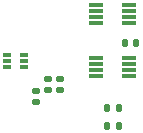
<source format=gbr>
%TF.GenerationSoftware,KiCad,Pcbnew,9.0.2-9.0.2-0~ubuntu24.04.1*%
%TF.CreationDate,2025-05-22T23:27:50+02:00*%
%TF.ProjectId,USB-UART,5553422d-5541-4525-942e-6b696361645f,rev?*%
%TF.SameCoordinates,Original*%
%TF.FileFunction,Paste,Bot*%
%TF.FilePolarity,Positive*%
%FSLAX46Y46*%
G04 Gerber Fmt 4.6, Leading zero omitted, Abs format (unit mm)*
G04 Created by KiCad (PCBNEW 9.0.2-9.0.2-0~ubuntu24.04.1) date 2025-05-22 23:27:50*
%MOMM*%
%LPD*%
G01*
G04 APERTURE LIST*
G04 Aperture macros list*
%AMRoundRect*
0 Rectangle with rounded corners*
0 $1 Rounding radius*
0 $2 $3 $4 $5 $6 $7 $8 $9 X,Y pos of 4 corners*
0 Add a 4 corners polygon primitive as box body*
4,1,4,$2,$3,$4,$5,$6,$7,$8,$9,$2,$3,0*
0 Add four circle primitives for the rounded corners*
1,1,$1+$1,$2,$3*
1,1,$1+$1,$4,$5*
1,1,$1+$1,$6,$7*
1,1,$1+$1,$8,$9*
0 Add four rect primitives between the rounded corners*
20,1,$1+$1,$2,$3,$4,$5,0*
20,1,$1+$1,$4,$5,$6,$7,0*
20,1,$1+$1,$6,$7,$8,$9,0*
20,1,$1+$1,$8,$9,$2,$3,0*%
G04 Aperture macros list end*
%ADD10RoundRect,0.087500X-0.537500X-0.087500X0.537500X-0.087500X0.537500X0.087500X-0.537500X0.087500X0*%
%ADD11RoundRect,0.135000X0.135000X0.185000X-0.135000X0.185000X-0.135000X-0.185000X0.135000X-0.185000X0*%
%ADD12RoundRect,0.087500X-0.250000X-0.087500X0.250000X-0.087500X0.250000X0.087500X-0.250000X0.087500X0*%
%ADD13RoundRect,0.147500X-0.172500X0.147500X-0.172500X-0.147500X0.172500X-0.147500X0.172500X0.147500X0*%
%ADD14RoundRect,0.140000X0.140000X0.170000X-0.140000X0.170000X-0.140000X-0.170000X0.140000X-0.170000X0*%
%ADD15RoundRect,0.140000X-0.170000X0.140000X-0.170000X-0.140000X0.170000X-0.140000X0.170000X0.140000X0*%
G04 APERTURE END LIST*
D10*
%TO.C,U4*%
X142100000Y-91750000D03*
X142100000Y-91250000D03*
X142100000Y-90750000D03*
X142100000Y-90250000D03*
X144900000Y-90250000D03*
X144900000Y-90750000D03*
X144900000Y-91250000D03*
X144900000Y-91750000D03*
%TD*%
D11*
%TO.C,R1*%
X144010000Y-100500000D03*
X142990000Y-100500000D03*
%TD*%
D12*
%TO.C,U1*%
X134587500Y-95500000D03*
X134587500Y-95000000D03*
X134587500Y-94500000D03*
X136012500Y-94500000D03*
X136012500Y-95000000D03*
X136012500Y-95500000D03*
%TD*%
D10*
%TO.C,U3*%
X142100000Y-96250000D03*
X142100000Y-95750000D03*
X142100000Y-95250000D03*
X142100000Y-94750000D03*
X144900000Y-94750000D03*
X144900000Y-95250000D03*
X144900000Y-95750000D03*
X144900000Y-96250000D03*
%TD*%
D13*
%TO.C,FB1*%
X137000000Y-97515000D03*
X137000000Y-98485000D03*
%TD*%
D14*
%TO.C,C5*%
X145480000Y-93500000D03*
X144520000Y-93500000D03*
%TD*%
D15*
%TO.C,C4*%
X139000000Y-96520000D03*
X139000000Y-97480000D03*
%TD*%
D11*
%TO.C,R2*%
X144010000Y-99000000D03*
X142990000Y-99000000D03*
%TD*%
D15*
%TO.C,C3*%
X138000000Y-96520000D03*
X138000000Y-97480000D03*
%TD*%
M02*

</source>
